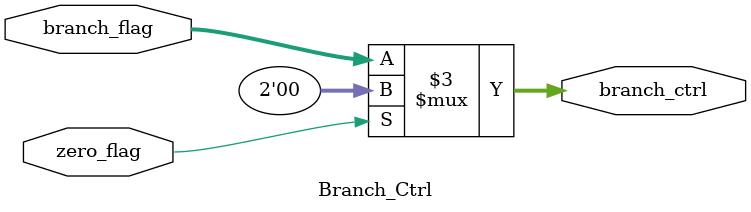
<source format=sv>
module Branch_Ctrl (
    input [1:0] branch_flag, 
    input zero_flag,

    output logic [1:0] branch_ctrl
);

always_comb begin : branch_control
    branch_ctrl = branch_flag;
    if (zero_flag) begin
        branch_ctrl = 2'b00;
    end
end
    
endmodule
</source>
